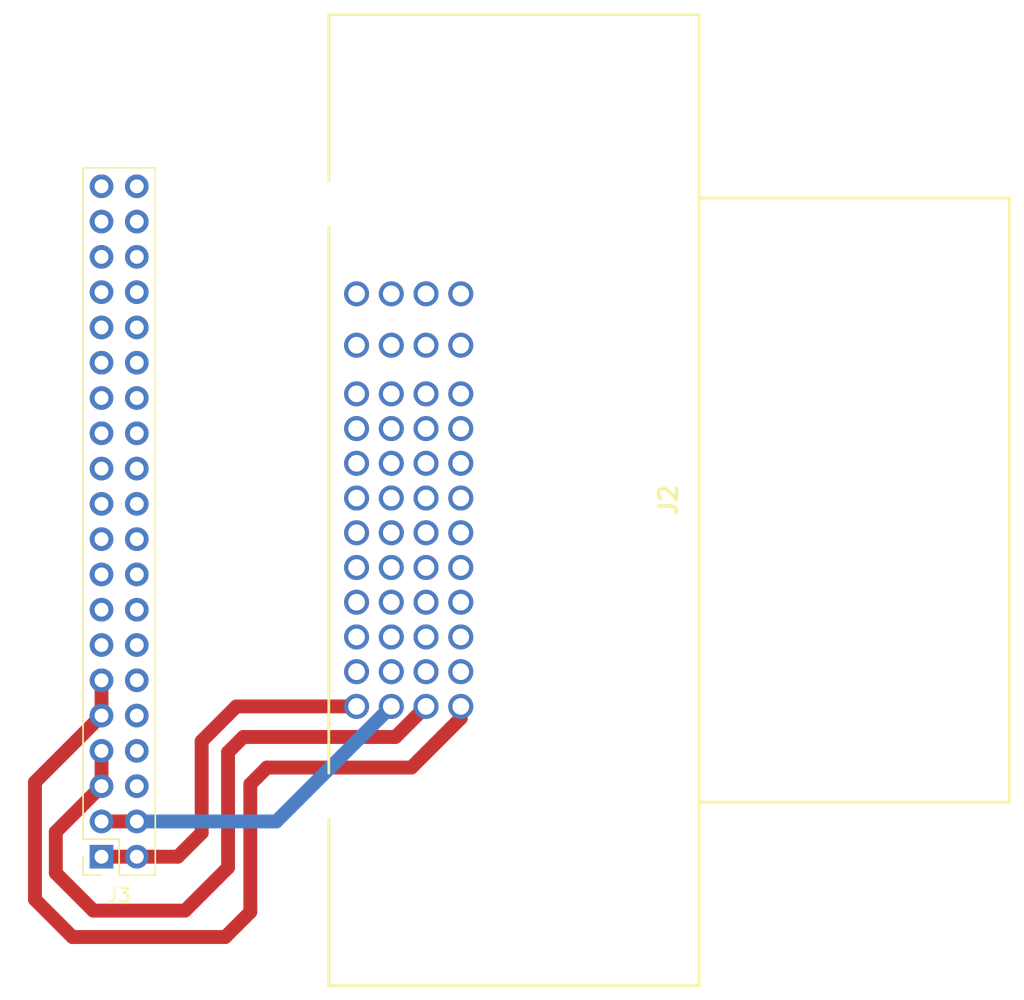
<source format=kicad_pcb>
(kicad_pcb (version 20221231) (generator pcbnew)
  (layers (0 "F.Cu" signal) (31 "B.Cu" signal) (34 "B.Paste" user) (35 "F.Paste" user) (36 "B.SilkS" user "B.Silkscreen") (37 "F.SilkS" user "F.Silkscreen") (38 "B.Mask" user) (39 "F.Mask" user) (44 "Edge.Cuts" user))
  (net 0 "")
  (net 1 "Injector_1")
  (net 2 "Ignition_1")
  (net 3 "Ignition_4")
  (net 4 "GND")
  (net 5 "MAP_Sensor")
  (net 6 "+5V")
  (net 7 "Flex_Sensor")
  (net 8 "Fan")
  (net 9 "Fuel_Pump")
  (net 10 "Tachometer")
  (net 11 "Clutch")
  (net 12 "Coolant")
  (net 13 "Inlet_Air_Temp")
  (net 14 "O2_Sensor")
  (net 15 "TPS_input")
  (net 16 "Cam_Input_VR2+")
  (net 17 "Crank_Input_VR1+")
  (net 18 "VR2-")
  (net 19 "VR1-")
  (net 20 "Idle_Stepper_2B")
  (net 21 "Idle_Stepper_2A")
  (net 22 "Idle_Stepper_1A")
  (net 23 "Idle_Stepper_1B")
  (net 24 "Ignition_3")
  (net 25 "Ignition_2")
  (net 26 "Boost")
  (net 27 "Idle_2")
  (net 28 "PWM_Idle")
  (net 29 "VVT")
  (net 30 "Injector_2")
  (net 31 "Injector_3")
  (net 32 "Injector_4")
  (footprint "libs:5007620482" (layer "F.Cu") (at 123.75 109.8 90)
    (fp_text reference "J2" (at 14.85 22.45 90) (layer "F.SilkS") (effects (font (size 1.27 1.27) (thickness 0.254))))
    (fp_text value "500762-0482" hide)
    (fp_line (start -20.1 -2) (end -8.1 -2) (stroke (width 0.2)) (layer "F.SilkS"))
    (fp_line (start -20.1 24.65) (end -20.1 -2) (stroke (width 0.2)) (layer "F.SilkS"))
    (fp_line (start -6.9 24.65) (end -20.1 24.65) (stroke (width 0.2)) (layer "F.SilkS"))
    (fp_line (start -6.9 24.65) (end 36.6 24.65) (stroke (width 0.2)) (layer "F.SilkS"))
    (fp_line (start -6.9 47) (end -6.9 24.65) (stroke (width 0.2)) (layer "F.SilkS"))
    (fp_line (start -4.8 -2) (end -4.8 -2) (stroke (width 0.2)) (layer "F.SilkS"))
    (fp_line (start -4.8 -2) (end 34.5 -2) (stroke (width 0.2)) (layer "F.SilkS"))
    (fp_line (start 36.6 24.65) (end 36.6 47) (stroke (width 0.2)) (layer "F.SilkS"))
    (fp_line (start 36.6 47) (end -6.9 47) (stroke (width 0.2)) (layer "F.SilkS"))
    (fp_line (start 37.8 -2) (end 49.8 -2) (stroke (width 0.2)) (layer "F.SilkS"))
    (fp_line (start 49.8 -2) (end 49.8 24.65) (stroke (width 0.2)) (layer "F.SilkS"))
    (fp_line (start 49.8 24.65) (end 36.6 24.65) (stroke (width 0.2)) (layer "F.SilkS"))
    (pad "" np_thru_hole circle locked (at -10.55 2.85 90) (size 4 4) (drill 4) (layers *.Cu *.Mask))
    (pad "" np_thru_hole circle locked (at -6.45 -1 90) (size 2.2 2.2) (drill 2.2) (layers *.Cu *.Mask))
    (pad "" np_thru_hole circle locked (at 36.15 -1 90) (size 2.2 2.2) (drill 2.2) (layers *.Cu *.Mask))
    (pad "" np_thru_hole circle locked (at 40.25 2.85 90) (size 4 4) (drill 4) (layers *.Cu *.Mask))
    (pad "A1" thru_hole circle locked (at 0 0 90) (size 1.8 1.8) (drill 1.2) (layers *.Cu *.Mask) (net 1 "Injector_1"))
    (pad "A2" thru_hole circle locked (at 0 2.5 90) (size 1.8 1.8) (drill 1.2) (layers *.Cu *.Mask) (net 30 "Injector_2"))
    (pad "A3" thru_hole circle locked (at 0 5 90) (size 1.8 1.8) (drill 1.2) (layers *.Cu *.Mask) (net 31 "Injector_3"))
    (pad "A4" thru_hole circle locked (at 0 7.5 90) (size 1.8 1.8) (drill 1.2) (layers *.Cu *.Mask) (net 32 "Injector_4"))
    (pad "B1" thru_hole circle locked (at 2.5 0 90) (size 1.8 1.8) (drill 1.2) (layers *.Cu *.Mask) (net 5 "MAP_Sensor"))
    (pad "B2" thru_hole circle locked (at 2.5 2.5 90) (size 1.8 1.8) (drill 1.2) (layers *.Cu *.Mask) (net 7 "Flex_Sensor"))
    (pad "B3" thru_hole circle locked (at 2.5 5 90) (size 1.8 1.8) (drill 1.2) (layers *.Cu *.Mask) (net 13 "Inlet_Air_Temp"))
    (pad "B4" thru_hole circle locked (at 2.5 7.5 90) (size 1.8 1.8) (drill 1.2) (layers *.Cu *.Mask) (net 14 "O2_Sensor"))
    (pad "C1" thru_hole circle locked (at 5 0 90) (size 1.8 1.8) (drill 1.2) (layers *.Cu *.Mask) (net 10 "Tachometer"))
    (pad "C2" thru_hole circle locked (at 5 2.5 90) (size 1.8 1.8) (drill 1.2) (layers *.Cu *.Mask) (net 11 "Clutch"))
    (pad "C3" thru_hole circle locked (at 5 5 90) (size 1.8 1.8) (drill 1.2) (layers *.Cu *.Mask) (net 17 "Crank_Input_VR1+"))
    (pad "C4" thru_hole circle locked (at 5 7.5 90) (size 1.8 1.8) (drill 1.2) (layers *.Cu *.Mask) (net 16 "Cam_Input_VR2+"))
    (pad "D1" thru_hole circle locked (at 7.5 0 90) (size 1.8 1.8) (drill 1.2) (layers *.Cu *.Mask) (net 19 "VR1-"))
    (pad "D2" thru_hole circle locked (at 7.5 2.5 90) (size 1.8 1.8) (drill 1.2) (layers *.Cu *.Mask) (net 18 "VR2-"))
    (pad "D3" thru_hole circle locked (at 7.5 5 90) (size 1.8 1.8) (drill 1.2) (layers *.Cu *.Mask) (net 8 "Fan"))
    (pad "D4" thru_hole circle locked (at 7.5 7.5 90) (size 1.8 1.8) (drill 1.2) (layers *.Cu *.Mask) (net 9 "Fuel_Pump"))
    (pad "E1" thru_hole circle locked (at 10 0 90) (size 1.8 1.8) (drill 1.2) (layers *.Cu *.Mask) (net 12 "Coolant"))
    (pad "E2" thru_hole circle locked (at 10 2.5 90) (size 1.8 1.8) (drill 1.2) (layers *.Cu *.Mask) (net 26 "Boost"))
    (pad "E3" thru_hole circle locked (at 10 5 90) (size 1.8 1.8) (drill 1.2) (layers *.Cu *.Mask) (net 27 "Idle_2"))
    (pad "E4" thru_hole circle locked (at 10 7.5 90) (size 1.8 1.8) (drill 1.2) (layers *.Cu *.Mask) (net 28 "PWM_Idle"))
    (pad "F1" thru_hole circle locked (at 12.5 0 90) (size 1.8 1.8) (drill 1.2) (layers *.Cu *.Mask) (net 29 "VVT"))
    (pad "F2" thru_hole circle locked (at 12.5 2.5 90) (size 1.8 1.8) (drill 1.2) (layers *.Cu *.Mask) (net 15 "TPS_input"))
    (pad "F3" thru_hole circle locked (at 12.5 5 90) (size 1.8 1.8) (drill 1.2) (layers *.Cu *.Mask) (net 6 "+5V"))
    (pad "F4" thru_hole circle locked (at 12.5 7.5 90) (size 1.8 1.8) (drill 1.2) (layers *.Cu *.Mask) (net 6 "+5V"))
    (pad "G1" thru_hole circle locked (at 15 0 90) (size 1.8 1.8) (drill 1.2) (layers *.Cu *.Mask) (net 2 "Ignition_1"))
    (pad "G2" thru_hole circle locked (at 15 2.5 90) (size 1.8 1.8) (drill 1.2) (layers *.Cu *.Mask) (net 25 "Ignition_2"))
    (pad "G3" thru_hole circle locked (at 15 5 90) (size 1.8 1.8) (drill 1.2) (layers *.Cu *.Mask) (net 24 "Ignition_3"))
    (pad "G4" thru_hole circle locked (at 15 7.5 90) (size 1.8 1.8) (drill 1.2) (layers *.Cu *.Mask) (net 3 "Ignition_4"))
    (pad "H1" thru_hole circle locked (at 17.5 0 90) (size 1.8 1.8) (drill 1.2) (layers *.Cu *.Mask) (net 4 "GND"))
    (pad "H2" thru_hole circle locked (at 17.5 2.5 90) (size 1.8 1.8) (drill 1.2) (layers *.Cu *.Mask) (net 4 "GND"))
    (pad "H3" thru_hole circle locked (at 17.5 5 90) (size 1.8 1.8) (drill 1.2) (layers *.Cu *.Mask) (net 4 "GND"))
    (pad "H4" thru_hole circle locked (at 17.5 7.5 90) (size 1.8 1.8) (drill 1.2) (layers *.Cu *.Mask) (net 4 "GND"))
    (pad "J1" thru_hole circle locked (at 20 0 90) (size 1.8 1.8) (drill 1.2) (layers *.Cu *.Mask) (net 4 "GND"))
    (pad "J2" thru_hole circle locked (at 20 2.5 90) (size 1.8 1.8) (drill 1.2) (layers *.Cu *.Mask) (net 4 "GND"))
    (pad "J3" thru_hole circle locked (at 20 5 90) (size 1.8 1.8) (drill 1.2) (layers *.Cu *.Mask) (net 4 "GND"))
    (pad "J4" thru_hole circle locked (at 20 7.5 90) (size 1.8 1.8) (drill 1.2) (layers *.Cu *.Mask) (net 4 "GND"))
    (pad "K1" thru_hole circle locked (at 22.5 0 90) (size 1.8 1.8) (drill 1.2) (layers *.Cu *.Mask) (net 23 "Idle_Stepper_1B"))
    (pad "K2" thru_hole circle locked (at 22.5 2.5 90) (size 1.8 1.8) (drill 1.2) (layers *.Cu *.Mask) (net 22 "Idle_Stepper_1A"))
    (pad "K3" thru_hole circle locked (at 22.5 5 90) (size 1.8 1.8) (drill 1.2) (layers *.Cu *.Mask) (net 21 "Idle_Stepper_2A"))
    (pad "K4" thru_hole circle locked (at 22.5 7.5 90) (size 1.8 1.8) (drill 1.2) (layers *.Cu *.Mask) (net 20 "Idle_Stepper_2B"))
    (pad "L1" thru_hole circle locked (at 26 0 90) (size 1.8 1.8) (drill 1.2) (layers *.Cu *.Mask) (net 4 "GND"))
    (pad "L2" thru_hole circle locked (at 26 2.5 90) (size 1.8 1.8) (drill 1.2) (layers *.Cu *.Mask) (net 4 "GND"))
    (pad "L3" thru_hole circle locked (at 26 5 90) (size 1.8 1.8) (drill 1.2) (layers *.Cu *.Mask) (net 4 "GND"))
    (pad "L4" thru_hole circle locked (at 26 7.5 90) (size 1.8 1.8) (drill 1.2) (layers *.Cu *.Mask) (net 4 "GND"))
    (pad "M1" thru_hole circle locked (at 29.7 0 90) (size 1.8 1.8) (drill 1.2) (layers *.Cu *.Mask) (net 4 "GND"))
    (pad "M2" thru_hole circle locked (at 29.7 2.5 90) (size 1.8 1.8) (drill 1.2) (layers *.Cu *.Mask) (net 4 "GND"))
    (pad "M3" thru_hole circle locked (at 29.7 5 90) (size 1.8 1.8) (drill 1.2) (layers *.Cu *.Mask) (net 4 "GND"))
    (pad "M4" thru_hole circle locked (at 29.7 7.5 90) (size 1.8 1.8) (drill 1.2) (layers *.Cu *.Mask) (net 4 "GND"))
  )
  (footprint "Connector_PinSocket_2.54mm:PinSocket_2x20_P2.54mm_Vertical" (layer "F.Cu") (at 105.39 120.62 180)
    (fp_text reference "J3" (at -1.27 -2.77) (layer "F.SilkS"))
    (fp_text value "Conn_02x20_Odd_Even")
    (fp_line (start -3.87 -1.33) (end -3.87 49.59) (stroke (width 0.12)) (layer "F.SilkS"))
    (fp_line (start -3.87 -1.33) (end -1.27 -1.33) (stroke (width 0.12)) (layer "F.SilkS"))
    (fp_line (start -3.87 49.59) (end 1.33 49.59) (stroke (width 0.12)) (layer "F.SilkS"))
    (fp_line (start -1.27 -1.33) (end -1.27 1.27) (stroke (width 0.12)) (layer "F.SilkS"))
    (fp_line (start -1.27 1.27) (end 1.33 1.27) (stroke (width 0.12)) (layer "F.SilkS"))
    (fp_line (start 0 -1.33) (end 1.33 -1.33) (stroke (width 0.12)) (layer "F.SilkS"))
    (fp_line (start 1.33 -1.33) (end 1.33 0) (stroke (width 0.12)) (layer "F.SilkS"))
    (fp_line (start 1.33 1.27) (end 1.33 49.59) (stroke (width 0.12)) (layer "F.SilkS"))
    (pad "1" thru_hole rect locked (at 0 0 180) (size 1.7 1.7) (drill 1) (layers *.Cu *.Mask) (net 1 "Injector_1"))
    (pad "2" thru_hole oval locked (at -2.54 0 180) (size 1.7 1.7) (drill 1) (layers *.Cu *.Mask) (net 1 "Injector_1"))
    (pad "3" thru_hole oval locked (at 0 2.54 180) (size 1.7 1.7) (drill 1) (layers *.Cu *.Mask) (net 30 "Injector_2"))
    (pad "4" thru_hole oval locked (at -2.54 2.54 180) (size 1.7 1.7) (drill 1) (layers *.Cu *.Mask) (net 30 "Injector_2"))
    (pad "5" thru_hole oval locked (at 0 5.08 180) (size 1.7 1.7) (drill 1) (layers *.Cu *.Mask) (net 31 "Injector_3"))
    (pad "6" thru_hole oval locked (at -2.54 5.08 180) (size 1.7 1.7) (drill 1) (layers *.Cu *.Mask) (net 29 "VVT"))
    (pad "7" thru_hole oval locked (at 0 7.62 180) (size 1.7 1.7) (drill 1) (layers *.Cu *.Mask) (net 31 "Injector_3"))
    (pad "8" thru_hole oval locked (at -2.54 7.62 180) (size 1.7 1.7) (drill 1) (layers *.Cu *.Mask) (net 28 "PWM_Idle"))
    (pad "9" thru_hole oval locked (at 0 10.16 180) (size 1.7 1.7) (drill 1) (layers *.Cu *.Mask) (net 32 "Injector_4"))
    (pad "10" thru_hole oval locked (at -2.54 10.16 180) (size 1.7 1.7) (drill 1) (layers *.Cu *.Mask) (net 27 "Idle_2"))
    (pad "11" thru_hole oval locked (at 0 12.7 180) (size 1.7 1.7) (drill 1) (layers *.Cu *.Mask) (net 32 "Injector_4"))
    (pad "12" thru_hole oval locked (at -2.54 12.7 180) (size 1.7 1.7) (drill 1) (layers *.Cu *.Mask) (net 26 "Boost"))
    (pad "13" thru_hole oval locked (at 0 15.24 180) (size 1.7 1.7) (drill 1) (layers *.Cu *.Mask) (net 2 "Ignition_1"))
    (pad "14" thru_hole oval locked (at -2.54 15.24 180) (size 1.7 1.7) (drill 1) (layers *.Cu *.Mask) (net 25 "Ignition_2"))
    (pad "15" thru_hole oval locked (at 0 17.78 180) (size 1.7 1.7) (drill 1) (layers *.Cu *.Mask) (net 3 "Ignition_4"))
    (pad "16" thru_hole oval locked (at -2.54 17.78 180) (size 1.7 1.7) (drill 1) (layers *.Cu *.Mask) (net 24 "Ignition_3"))
    (pad "17" thru_hole oval locked (at 0 20.32 180) (size 1.7 1.7) (drill 1) (layers *.Cu *.Mask) (net 4 "GND"))
    (pad "18" thru_hole oval locked (at -2.54 20.32 180) (size 1.7 1.7) (drill 1) (layers *.Cu *.Mask) (net 23 "Idle_Stepper_1B"))
    (pad "19" thru_hole oval locked (at 0 22.86 180) (size 1.7 1.7) (drill 1) (layers *.Cu *.Mask) (net 4 "GND"))
    (pad "20" thru_hole oval locked (at -2.54 22.86 180) (size 1.7 1.7) (drill 1) (layers *.Cu *.Mask) (net 22 "Idle_Stepper_1A"))
    (pad "21" thru_hole oval locked (at 0 25.4 180) (size 1.7 1.7) (drill 1) (layers *.Cu *.Mask) (net 5 "MAP_Sensor"))
    (pad "22" thru_hole oval locked (at -2.54 25.4 180) (size 1.7 1.7) (drill 1) (layers *.Cu *.Mask) (net 21 "Idle_Stepper_2A"))
    (pad "23" thru_hole oval locked (at 0 27.94 180) (size 1.7 1.7) (drill 1) (layers *.Cu *.Mask) (net 4 "GND"))
    (pad "24" thru_hole oval locked (at -2.54 27.94 180) (size 1.7 1.7) (drill 1) (layers *.Cu *.Mask) (net 20 "Idle_Stepper_2B"))
    (pad "25" thru_hole oval locked (at 0 30.48 180) (size 1.7 1.7) (drill 1) (layers *.Cu *.Mask) (net 6 "+5V"))
    (pad "26" thru_hole oval locked (at -2.54 30.48 180) (size 1.7 1.7) (drill 1) (layers *.Cu *.Mask) (net 6 "+5V"))
    (pad "27" thru_hole oval locked (at 0 33.02 180) (size 1.7 1.7) (drill 1) (layers *.Cu *.Mask) (net 7 "Flex_Sensor"))
    (pad "28" thru_hole oval locked (at -2.54 33.02 180) (size 1.7 1.7) (drill 1) (layers *.Cu *.Mask) (net 19 "VR1-"))
    (pad "29" thru_hole oval locked (at 0 35.56 180) (size 1.7 1.7) (drill 1) (layers *.Cu *.Mask) (net 8 "Fan"))
    (pad "30" thru_hole oval locked (at -2.54 35.56 180) (size 1.7 1.7) (drill 1) (layers *.Cu *.Mask) (net 18 "VR2-"))
    (pad "31" thru_hole oval locked (at 0 38.1 180) (size 1.7 1.7) (drill 1) (layers *.Cu *.Mask) (net 9 "Fuel_Pump"))
    (pad "32" thru_hole oval locked (at -2.54 38.1 180) (size 1.7 1.7) (drill 1) (layers *.Cu *.Mask) (net 17 "Crank_Input_VR1+"))
    (pad "33" thru_hole oval locked (at 0 40.64 180) (size 1.7 1.7) (drill 1) (layers *.Cu *.Mask) (net 10 "Tachometer"))
    (pad "34" thru_hole oval locked (at -2.54 40.64 180) (size 1.7 1.7) (drill 1) (layers *.Cu *.Mask) (net 16 "Cam_Input_VR2+"))
    (pad "35" thru_hole oval locked (at 0 43.18 180) (size 1.7 1.7) (drill 1) (layers *.Cu *.Mask) (net 11 "Clutch"))
    (pad "36" thru_hole oval locked (at -2.54 43.18 180) (size 1.7 1.7) (drill 1) (layers *.Cu *.Mask) (net 4 "GND"))
    (pad "37" thru_hole oval locked (at 0 45.72 180) (size 1.7 1.7) (drill 1) (layers *.Cu *.Mask) (net 12 "Coolant"))
    (pad "38" thru_hole oval locked (at -2.54 45.72 180) (size 1.7 1.7) (drill 1) (layers *.Cu *.Mask) (net 15 "TPS_input"))
    (pad "39" thru_hole oval locked (at 0 48.26 180) (size 1.7 1.7) (drill 1) (layers *.Cu *.Mask) (net 13 "Inlet_Air_Temp"))
    (pad "40" thru_hole oval locked (at -2.54 48.26 180) (size 1.7 1.7) (drill 1) (layers *.Cu *.Mask) (net 14 "O2_Sensor"))
  )
  (segment (start 115.1 109.8) (end 112.6 112.3) (width 1) (layer "F.Cu") (net 1))
  (segment (start 112.6 118.9) (end 110.88 120.62) (width 1) (layer "F.Cu") (net 1))
  (segment (start 110.88 120.62) (end 107.93 120.62) (width 1) (layer "F.Cu") (net 1))
  (segment (start 112.6 112.3) (end 112.6 118.9) (width 1) (layer "F.Cu") (net 1))
  (segment (start 123.75 109.8) (end 115.1 109.8) (width 1) (layer "F.Cu") (net 1))
  (segment (start 107.93 120.62) (end 105.39 120.62) (width 1) (layer "F.Cu") (net 1))
  (segment (start 107.93 118.08) (end 105.39 118.08) (width 1) (layer "F.Cu") (net 30))
  (segment (start 126.25 109.8) (end 117.97 118.08) (width 1) (layer "B.Cu") (net 30))
  (segment (start 117.97 118.08) (end 107.93 118.08) (width 1) (layer "B.Cu") (net 30))
  (segment (start 105.39 115.54) (end 102.1 118.83) (width 1) (layer "F.Cu") (net 31))
  (segment (start 102.1 118.83) (end 102.1 121.8) (width 1) (layer "F.Cu") (net 31))
  (segment (start 105.39 113) (end 105.39 115.54) (width 1) (layer "F.Cu") (net 31))
  (segment (start 114.5 121.4) (end 114.5 113.1) (width 1) (layer "F.Cu") (net 31))
  (segment (start 111.4 124.5) (end 114.5 121.4) (width 1) (layer "F.Cu") (net 31))
  (segment (start 104.8 124.5) (end 111.4 124.5) (width 1) (layer "F.Cu") (net 31))
  (segment (start 114.5 113.1) (end 115.6 112) (width 1) (layer "F.Cu") (net 31))
  (segment (start 102.1 121.8) (end 104.8 124.5) (width 1) (layer "F.Cu") (net 31))
  (segment (start 115.6 112) (end 126.55 112) (width 1) (layer "F.Cu") (net 31))
  (segment (start 126.55 112) (end 128.75 109.8) (width 1) (layer "F.Cu") (net 31))
  (segment (start 105.39 110.46) (end 100.6 115.25) (width 1) (layer "F.Cu") (net 32))
  (segment (start 116.1 115.4) (end 117.3 114.2) (width 1) (layer "F.Cu") (net 32))
  (segment (start 105.39 110.46) (end 105.39 107.92) (width 1) (layer "F.Cu") (net 32))
  (segment (start 103.3 126.4) (end 114.3 126.4) (width 1) (layer "F.Cu") (net 32))
  (segment (start 100.6 123.7) (end 103.3 126.4) (width 1) (layer "F.Cu") (net 32))
  (segment (start 117.3 114.2) (end 127.7 114.2) (width 1) (layer "F.Cu") (net 32))
  (segment (start 131.25 110.65) (end 131.25 109.8) (width 1) (layer "F.Cu") (net 32))
  (segment (start 127.7 114.2) (end 131.25 110.65) (width 1) (layer "F.Cu") (net 32))
  (segment (start 100.6 115.25) (end 100.6 123.7) (width 1) (layer "F.Cu") (net 32))
  (segment (start 114.3 126.4) (end 116.1 124.6) (width 1) (layer "F.Cu") (net 32))
  (segment (start 116.1 124.6) (end 116.1 115.4) (width 1) (layer "F.Cu") (net 32))
)
</source>
